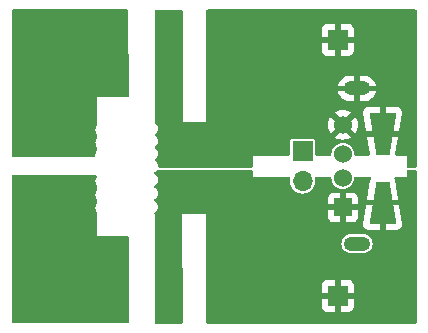
<source format=gbr>
%TF.GenerationSoftware,KiCad,Pcbnew,(7.0.0)*%
%TF.CreationDate,2023-03-03T15:02:14-06:00*%
%TF.ProjectId,Banana to USB Adapter,42616e61-6e61-4207-946f-205553422041,rev?*%
%TF.SameCoordinates,Original*%
%TF.FileFunction,Copper,L2,Bot*%
%TF.FilePolarity,Positive*%
%FSLAX46Y46*%
G04 Gerber Fmt 4.6, Leading zero omitted, Abs format (unit mm)*
G04 Created by KiCad (PCBNEW (7.0.0)) date 2023-03-03 15:02:14*
%MOMM*%
%LPD*%
G01*
G04 APERTURE LIST*
G04 Aperture macros list*
%AMOutline4P*
0 Free polygon, 4 corners , with rotation*
0 The origin of the aperture is its center*
0 number of corners: always 4*
0 $1 to $8 corner X, Y*
0 $9 Rotation angle, in degrees counterclockwise*
0 create outline with 4 corners*
4,1,4,$1,$2,$3,$4,$5,$6,$7,$8,$1,$2,$9*%
G04 Aperture macros list end*
%TA.AperFunction,ComponentPad*%
%ADD10R,1.700000X1.700000*%
%TD*%
%TA.AperFunction,ComponentPad*%
%ADD11C,0.800000*%
%TD*%
%TA.AperFunction,ComponentPad*%
%ADD12C,6.400000*%
%TD*%
%TA.AperFunction,ComponentPad*%
%ADD13R,1.524000X1.524000*%
%TD*%
%TA.AperFunction,ComponentPad*%
%ADD14C,1.524000*%
%TD*%
%TA.AperFunction,ComponentPad*%
%ADD15O,2.250000X1.200000*%
%TD*%
%TA.AperFunction,ComponentPad*%
%ADD16O,1.700000X1.700000*%
%TD*%
%TA.AperFunction,SMDPad,CuDef*%
%ADD17Outline4P,-1.800000X-1.150000X1.800000X-0.550000X1.800000X0.550000X-1.800000X1.150000X90.000000*%
%TD*%
%TA.AperFunction,SMDPad,CuDef*%
%ADD18Outline4P,-1.800000X-1.150000X1.800000X-0.550000X1.800000X0.550000X-1.800000X1.150000X270.000000*%
%TD*%
%TA.AperFunction,ViaPad*%
%ADD19C,0.800000*%
%TD*%
%TA.AperFunction,Conductor*%
%ADD20C,0.250000*%
%TD*%
G04 APERTURE END LIST*
D10*
%TO.P,J3,1,Pin_1*%
%TO.N,GND*%
X152882599Y-88671399D03*
%TD*%
D11*
%TO.P,H1,1,1*%
%TO.N,/Positive*%
X126600138Y-108968250D03*
X127303082Y-107271194D03*
X127303082Y-110665306D03*
X129000138Y-106568250D03*
D12*
X129000138Y-108968250D03*
D11*
X129000138Y-111368250D03*
X130697194Y-107271194D03*
X130697194Y-110665306D03*
X131400138Y-108968250D03*
%TD*%
D13*
%TO.P,J1,1,VBUS*%
%TO.N,/Positive*%
X153306499Y-102864799D03*
D14*
%TO.P,J1,2,D-*%
%TO.N,Net-(J1-D-)*%
X153306500Y-100364800D03*
%TO.P,J1,3,D+*%
%TO.N,Net-(J1-D+)*%
X153306500Y-98364800D03*
%TO.P,J1,4,GND*%
%TO.N,GND*%
X153306500Y-95864800D03*
D15*
%TO.P,J1,5,Shield*%
X154506499Y-105934799D03*
X154506499Y-92794799D03*
%TD*%
D10*
%TO.P,J2,1,Pin_1*%
%TO.N,/Positive*%
X152882599Y-110337599D03*
%TD*%
D11*
%TO.P,H2,1,1*%
%TO.N,GND*%
X126600138Y-89918250D03*
X127303082Y-88221194D03*
X127303082Y-91615306D03*
X129000138Y-87518250D03*
D12*
X129000138Y-89918250D03*
D11*
X129000138Y-92318250D03*
X130697194Y-88221194D03*
X130697194Y-91615306D03*
X131400138Y-89918250D03*
%TD*%
D10*
%TO.P,J4,1,Pin_1*%
%TO.N,Net-(J1-D+)*%
X149893249Y-98105799D03*
D16*
%TO.P,J4,2,Pin_2*%
%TO.N,Net-(J1-D-)*%
X149893249Y-100645799D03*
%TD*%
D17*
%TO.P,D2,1,K*%
%TO.N,/Positive*%
X156680000Y-102450000D03*
D18*
%TO.P,D2,2,A*%
%TO.N,GND*%
X156680000Y-96650000D03*
%TD*%
D19*
%TO.N,GND*%
X144856200Y-86588600D03*
X144856200Y-95250000D03*
X144856200Y-88320880D03*
X144856200Y-90053160D03*
X144856200Y-91785440D03*
X144856200Y-93517720D03*
%TO.N,/Positive*%
X144856200Y-110535720D03*
X144856200Y-105415080D03*
X144856200Y-107121960D03*
X144856200Y-103708200D03*
X144856200Y-108828840D03*
X144856200Y-112242600D03*
%TD*%
D20*
%TO.N,GND*%
X138500000Y-88475000D02*
X138500000Y-91275000D01*
%TD*%
%TA.AperFunction,Conductor*%
%TO.N,/Positive*%
G36*
X132524500Y-105299500D02*
G01*
X132524500Y-105299901D01*
X132524459Y-105300000D01*
X132524500Y-105300099D01*
X132524617Y-105300383D01*
X132525000Y-105300541D01*
X132525099Y-105300500D01*
X132525500Y-105300500D01*
X133225000Y-106000000D01*
X133225000Y-112689248D01*
X125455557Y-112688955D01*
X125393642Y-112672388D01*
X125348269Y-112627118D01*
X125331562Y-112565240D01*
X125314242Y-105035755D01*
X125575000Y-104775000D01*
X132000000Y-104775000D01*
X132524500Y-105299500D01*
G37*
%TD.AperFunction*%
%TD*%
%TA.AperFunction,Conductor*%
%TO.N,GND*%
G36*
X133325000Y-92575000D02*
G01*
X131875000Y-94025000D01*
X125288916Y-94025000D01*
X125281067Y-90613308D01*
X125270986Y-86230705D01*
X125287491Y-86168610D01*
X125332860Y-86123109D01*
X125394908Y-86106423D01*
X133325000Y-86101608D01*
X133325000Y-92575000D01*
G37*
%TD.AperFunction*%
%TD*%
%TA.AperFunction,Conductor*%
%TO.N,/Positive*%
G36*
X145638000Y-99716613D02*
G01*
X145683387Y-99762000D01*
X145700000Y-99824000D01*
X145700000Y-100268810D01*
X148743573Y-100265274D01*
X148799369Y-100278465D01*
X148843268Y-100315346D01*
X148865883Y-100368032D01*
X148862379Y-100425260D01*
X148859718Y-100434032D01*
X148859714Y-100434047D01*
X148857950Y-100439866D01*
X148857353Y-100445918D01*
X148857353Y-100445923D01*
X148846185Y-100559313D01*
X148837667Y-100645800D01*
X148838264Y-100651861D01*
X148857352Y-100845669D01*
X148857353Y-100845675D01*
X148857950Y-100851734D01*
X148859717Y-100857559D01*
X148859718Y-100857564D01*
X148899530Y-100988808D01*
X148918018Y-101049754D01*
X148920888Y-101055123D01*
X148920890Y-101055128D01*
X148983273Y-101171836D01*
X149015565Y-101232250D01*
X149019428Y-101236957D01*
X149132737Y-101375026D01*
X149146840Y-101392210D01*
X149306800Y-101523485D01*
X149489296Y-101621032D01*
X149687316Y-101681100D01*
X149893250Y-101701383D01*
X150099184Y-101681100D01*
X150297204Y-101621032D01*
X150479700Y-101523485D01*
X150639660Y-101392210D01*
X150770935Y-101232250D01*
X150868482Y-101049754D01*
X150928550Y-100851734D01*
X150948833Y-100645800D01*
X150928550Y-100439866D01*
X150923312Y-100422601D01*
X150919792Y-100365443D01*
X150942332Y-100312797D01*
X150986124Y-100275894D01*
X151041828Y-100262605D01*
X152216613Y-100261240D01*
X152275124Y-100275836D01*
X152319831Y-100316309D01*
X152340159Y-100373086D01*
X152357329Y-100547417D01*
X152357330Y-100547422D01*
X152357927Y-100553483D01*
X152359694Y-100559308D01*
X152359695Y-100559313D01*
X152411195Y-100729088D01*
X152412963Y-100734915D01*
X152415832Y-100740283D01*
X152415834Y-100740287D01*
X152499463Y-100896747D01*
X152499467Y-100896753D01*
X152502338Y-100902124D01*
X152622617Y-101048683D01*
X152769176Y-101168962D01*
X152774548Y-101171833D01*
X152774552Y-101171836D01*
X152896386Y-101236957D01*
X152936385Y-101258337D01*
X153117817Y-101313373D01*
X153306500Y-101331957D01*
X153495183Y-101313373D01*
X153676615Y-101258337D01*
X153843824Y-101168962D01*
X153990383Y-101048683D01*
X154110662Y-100902124D01*
X154200037Y-100734915D01*
X154255073Y-100553483D01*
X154273090Y-100370552D01*
X154293364Y-100313857D01*
X154337955Y-100273395D01*
X154396347Y-100258708D01*
X155562303Y-100257354D01*
X155622152Y-100272676D01*
X155667182Y-100314979D01*
X155686209Y-100373761D01*
X155674509Y-100434428D01*
X155670292Y-100443331D01*
X155644191Y-100527006D01*
X155642223Y-100535271D01*
X155366989Y-102186679D01*
X155367557Y-102197637D01*
X155378274Y-102200000D01*
X157981725Y-102200000D01*
X157992441Y-102197637D01*
X157993009Y-102186679D01*
X157717775Y-100535268D01*
X157715807Y-100527003D01*
X157689709Y-100443336D01*
X157684265Y-100431843D01*
X157672556Y-100371247D01*
X157691508Y-100312511D01*
X157736426Y-100270187D01*
X157796179Y-100254760D01*
X158623000Y-100253800D01*
X158699200Y-100177600D01*
X158699200Y-99824000D01*
X158715813Y-99762000D01*
X158761200Y-99716613D01*
X158823200Y-99700000D01*
X159456500Y-99700000D01*
X159518500Y-99716613D01*
X159563887Y-99762000D01*
X159580500Y-99824000D01*
X159580500Y-112575300D01*
X159563887Y-112637300D01*
X159518500Y-112682687D01*
X159456500Y-112699300D01*
X141856347Y-112699300D01*
X141794391Y-112682712D01*
X141749010Y-112637388D01*
X141732347Y-112575452D01*
X141732335Y-112565318D01*
X141730703Y-111232118D01*
X151532600Y-111232118D01*
X151532953Y-111238714D01*
X151538173Y-111287267D01*
X151541711Y-111302241D01*
X151586147Y-111421377D01*
X151594562Y-111436789D01*
X151670098Y-111537692D01*
X151682507Y-111550101D01*
X151783410Y-111625637D01*
X151798822Y-111634052D01*
X151917958Y-111678488D01*
X151932932Y-111682026D01*
X151981485Y-111687246D01*
X151988082Y-111687600D01*
X152616274Y-111687600D01*
X152629149Y-111684149D01*
X152632600Y-111671274D01*
X153132600Y-111671274D01*
X153136050Y-111684149D01*
X153148926Y-111687600D01*
X153777118Y-111687600D01*
X153783714Y-111687246D01*
X153832267Y-111682026D01*
X153847241Y-111678488D01*
X153966377Y-111634052D01*
X153981789Y-111625637D01*
X154082692Y-111550101D01*
X154095101Y-111537692D01*
X154170637Y-111436789D01*
X154179052Y-111421377D01*
X154223488Y-111302241D01*
X154227026Y-111287267D01*
X154232246Y-111238714D01*
X154232600Y-111232118D01*
X154232600Y-110603926D01*
X154229149Y-110591050D01*
X154216274Y-110587600D01*
X153148926Y-110587600D01*
X153136050Y-110591050D01*
X153132600Y-110603926D01*
X153132600Y-111671274D01*
X152632600Y-111671274D01*
X152632600Y-110603926D01*
X152629149Y-110591050D01*
X152616274Y-110587600D01*
X151548926Y-110587600D01*
X151536050Y-110591050D01*
X151532600Y-110603926D01*
X151532600Y-111232118D01*
X141730703Y-111232118D01*
X141729282Y-110071274D01*
X151532600Y-110071274D01*
X151536050Y-110084149D01*
X151548926Y-110087600D01*
X152616274Y-110087600D01*
X152629149Y-110084149D01*
X152632600Y-110071274D01*
X153132600Y-110071274D01*
X153136050Y-110084149D01*
X153148926Y-110087600D01*
X154216274Y-110087600D01*
X154229149Y-110084149D01*
X154232600Y-110071274D01*
X154232600Y-109443082D01*
X154232246Y-109436485D01*
X154227026Y-109387932D01*
X154223488Y-109372958D01*
X154179052Y-109253822D01*
X154170637Y-109238410D01*
X154095101Y-109137507D01*
X154082692Y-109125098D01*
X153981789Y-109049562D01*
X153966377Y-109041147D01*
X153847241Y-108996711D01*
X153832267Y-108993173D01*
X153783714Y-108987953D01*
X153777118Y-108987600D01*
X153148926Y-108987600D01*
X153136050Y-108991050D01*
X153132600Y-109003926D01*
X153132600Y-110071274D01*
X152632600Y-110071274D01*
X152632600Y-109003926D01*
X152629149Y-108991050D01*
X152616274Y-108987600D01*
X151988082Y-108987600D01*
X151981485Y-108987953D01*
X151932932Y-108993173D01*
X151917958Y-108996711D01*
X151798822Y-109041147D01*
X151783410Y-109049562D01*
X151682507Y-109125098D01*
X151670098Y-109137507D01*
X151594562Y-109238410D01*
X151586147Y-109253822D01*
X151541711Y-109372958D01*
X151538173Y-109387932D01*
X151532953Y-109436485D01*
X151532600Y-109443082D01*
X151532600Y-110071274D01*
X141729282Y-110071274D01*
X141724219Y-105934800D01*
X153175935Y-105934800D01*
X153196132Y-106114055D01*
X153198428Y-106120619D01*
X153198430Y-106120624D01*
X153253413Y-106277756D01*
X153255711Y-106284322D01*
X153351684Y-106437062D01*
X153479238Y-106564616D01*
X153631978Y-106660589D01*
X153802245Y-106720168D01*
X153936546Y-106735300D01*
X155072970Y-106735300D01*
X155076454Y-106735300D01*
X155210755Y-106720168D01*
X155381022Y-106660589D01*
X155533762Y-106564616D01*
X155661316Y-106437062D01*
X155757289Y-106284322D01*
X155816868Y-106114055D01*
X155837065Y-105934800D01*
X155816868Y-105755545D01*
X155757289Y-105585278D01*
X155661316Y-105432538D01*
X155533762Y-105304984D01*
X155525672Y-105299901D01*
X155386912Y-105212712D01*
X155381022Y-105209011D01*
X155374459Y-105206714D01*
X155374456Y-105206713D01*
X155217325Y-105151731D01*
X155210755Y-105149432D01*
X155203833Y-105148652D01*
X155079918Y-105134690D01*
X155079912Y-105134689D01*
X155076454Y-105134300D01*
X153936546Y-105134300D01*
X153933088Y-105134689D01*
X153933081Y-105134690D01*
X153809166Y-105148652D01*
X153809164Y-105148652D01*
X153802245Y-105149432D01*
X153795676Y-105151730D01*
X153795674Y-105151731D01*
X153638543Y-105206713D01*
X153638536Y-105206715D01*
X153631978Y-105209011D01*
X153626090Y-105212710D01*
X153626087Y-105212712D01*
X153485138Y-105301276D01*
X153485133Y-105301279D01*
X153479238Y-105304984D01*
X153474313Y-105309908D01*
X153474309Y-105309912D01*
X153356612Y-105427609D01*
X153356608Y-105427613D01*
X153351684Y-105432538D01*
X153347979Y-105438433D01*
X153347976Y-105438438D01*
X153259412Y-105579387D01*
X153259410Y-105579390D01*
X153255711Y-105585278D01*
X153253415Y-105591836D01*
X153253413Y-105591843D01*
X153198430Y-105748975D01*
X153198428Y-105748982D01*
X153196132Y-105755545D01*
X153175935Y-105934800D01*
X141724219Y-105934800D01*
X141722142Y-104237557D01*
X155025490Y-104237557D01*
X155025785Y-104251120D01*
X155042596Y-104378098D01*
X155047353Y-104394997D01*
X155098426Y-104510222D01*
X155107757Y-104525105D01*
X155189226Y-104621276D01*
X155202360Y-104632916D01*
X155307625Y-104702240D01*
X155323520Y-104709714D01*
X155446008Y-104747172D01*
X155459322Y-104749690D01*
X155460973Y-104749817D01*
X155465717Y-104750000D01*
X156413674Y-104750000D01*
X156426549Y-104746549D01*
X156430000Y-104733674D01*
X156430000Y-104733673D01*
X156930000Y-104733673D01*
X156933450Y-104746548D01*
X156946326Y-104749999D01*
X157894259Y-104749999D01*
X157899041Y-104749815D01*
X157900667Y-104749689D01*
X157913998Y-104747169D01*
X158036478Y-104709714D01*
X158052373Y-104702240D01*
X158157638Y-104632916D01*
X158170772Y-104621276D01*
X158252243Y-104525103D01*
X158261571Y-104510226D01*
X158312645Y-104395000D01*
X158317404Y-104378094D01*
X158334214Y-104251122D01*
X158334509Y-104237560D01*
X158334365Y-104235932D01*
X158333761Y-104231185D01*
X158080962Y-102714393D01*
X158076110Y-102702897D01*
X158063971Y-102700000D01*
X156946326Y-102700000D01*
X156933450Y-102703450D01*
X156930000Y-102716326D01*
X156930000Y-104733673D01*
X156430000Y-104733673D01*
X156430000Y-102716326D01*
X156426549Y-102703450D01*
X156413674Y-102700000D01*
X155296029Y-102700000D01*
X155283889Y-102702897D01*
X155279037Y-102714393D01*
X155026238Y-104231187D01*
X155025632Y-104235946D01*
X155025490Y-104237557D01*
X141722142Y-104237557D01*
X141721449Y-103671318D01*
X152044500Y-103671318D01*
X152044853Y-103677914D01*
X152050073Y-103726467D01*
X152053611Y-103741441D01*
X152098047Y-103860577D01*
X152106462Y-103875989D01*
X152181998Y-103976892D01*
X152194407Y-103989301D01*
X152295310Y-104064837D01*
X152310722Y-104073252D01*
X152429858Y-104117688D01*
X152444832Y-104121226D01*
X152493385Y-104126446D01*
X152499982Y-104126800D01*
X153040174Y-104126800D01*
X153053049Y-104123349D01*
X153056500Y-104110474D01*
X153556500Y-104110474D01*
X153559950Y-104123349D01*
X153572826Y-104126800D01*
X154113018Y-104126800D01*
X154119614Y-104126446D01*
X154168167Y-104121226D01*
X154183141Y-104117688D01*
X154302277Y-104073252D01*
X154317689Y-104064837D01*
X154418592Y-103989301D01*
X154431001Y-103976892D01*
X154506537Y-103875989D01*
X154514952Y-103860577D01*
X154559388Y-103741441D01*
X154562926Y-103726467D01*
X154568146Y-103677914D01*
X154568500Y-103671318D01*
X154568500Y-103131126D01*
X154565049Y-103118250D01*
X154552174Y-103114800D01*
X153572826Y-103114800D01*
X153559950Y-103118250D01*
X153556500Y-103131126D01*
X153556500Y-104110474D01*
X153056500Y-104110474D01*
X153056500Y-103131126D01*
X153053049Y-103118250D01*
X153040174Y-103114800D01*
X152060826Y-103114800D01*
X152047950Y-103118250D01*
X152044500Y-103131126D01*
X152044500Y-103671318D01*
X141721449Y-103671318D01*
X141721178Y-103450098D01*
X141721219Y-103450000D01*
X141721061Y-103449617D01*
X141720777Y-103449500D01*
X141720677Y-103449459D01*
X141720578Y-103449500D01*
X139725099Y-103449500D01*
X139724999Y-103449459D01*
X139724801Y-103449541D01*
X139724617Y-103449617D01*
X139724616Y-103449617D01*
X139724616Y-103449618D01*
X139724557Y-103449761D01*
X139724459Y-103450000D01*
X139724500Y-103450100D01*
X139724531Y-103461726D01*
X139724531Y-103461729D01*
X139749162Y-112575165D01*
X139732661Y-112637306D01*
X139687259Y-112682831D01*
X139625162Y-112699500D01*
X137499509Y-112699500D01*
X137437506Y-112682886D01*
X137392119Y-112637495D01*
X137375509Y-112575491D01*
X137375526Y-112354170D01*
X137376208Y-103432699D01*
X137376250Y-103432600D01*
X137376092Y-103432217D01*
X137375808Y-103432100D01*
X137375709Y-103432059D01*
X137375610Y-103432100D01*
X137373124Y-103432100D01*
X137372694Y-103431455D01*
X137352305Y-103373384D01*
X137362348Y-103312662D01*
X137400351Y-103264249D01*
X137403595Y-103261760D01*
X137480102Y-103203054D01*
X137571147Y-103084403D01*
X137628380Y-102946230D01*
X137647901Y-102797952D01*
X137628380Y-102649674D01*
X137607172Y-102598474D01*
X152044500Y-102598474D01*
X152047950Y-102611349D01*
X152060826Y-102614800D01*
X153040174Y-102614800D01*
X153053049Y-102611349D01*
X153056500Y-102598474D01*
X153556500Y-102598474D01*
X153559950Y-102611349D01*
X153572826Y-102614800D01*
X154552174Y-102614800D01*
X154565049Y-102611349D01*
X154568500Y-102598474D01*
X154568500Y-102058282D01*
X154568146Y-102051685D01*
X154562926Y-102003132D01*
X154559388Y-101988158D01*
X154514952Y-101869022D01*
X154506537Y-101853610D01*
X154431001Y-101752707D01*
X154418592Y-101740298D01*
X154317689Y-101664762D01*
X154302277Y-101656347D01*
X154183141Y-101611911D01*
X154168167Y-101608373D01*
X154119614Y-101603153D01*
X154113018Y-101602800D01*
X153572826Y-101602800D01*
X153559950Y-101606250D01*
X153556500Y-101619126D01*
X153556500Y-102598474D01*
X153056500Y-102598474D01*
X153056500Y-101619126D01*
X153053049Y-101606250D01*
X153040174Y-101602800D01*
X152499982Y-101602800D01*
X152493385Y-101603153D01*
X152444832Y-101608373D01*
X152429858Y-101611911D01*
X152310722Y-101656347D01*
X152295310Y-101664762D01*
X152194407Y-101740298D01*
X152181998Y-101752707D01*
X152106462Y-101853610D01*
X152098047Y-101869022D01*
X152053611Y-101988158D01*
X152050073Y-102003132D01*
X152044853Y-102051685D01*
X152044500Y-102058282D01*
X152044500Y-102598474D01*
X137607172Y-102598474D01*
X137571147Y-102511502D01*
X137480102Y-102392850D01*
X137395704Y-102328089D01*
X137359979Y-102284558D01*
X137347191Y-102229714D01*
X137359979Y-102174870D01*
X137395705Y-102131338D01*
X137403595Y-102125284D01*
X137480102Y-102066578D01*
X137571147Y-101947927D01*
X137628380Y-101809754D01*
X137647901Y-101661476D01*
X137628380Y-101513198D01*
X137571147Y-101375026D01*
X137480102Y-101256374D01*
X137395704Y-101191613D01*
X137359979Y-101148082D01*
X137347191Y-101093238D01*
X137359979Y-101038394D01*
X137395705Y-100994862D01*
X137403595Y-100988808D01*
X137480102Y-100930102D01*
X137571147Y-100811451D01*
X137628380Y-100673278D01*
X137647901Y-100525000D01*
X137628380Y-100376722D01*
X137571147Y-100238550D01*
X137480102Y-100119898D01*
X137379153Y-100042437D01*
X137343428Y-99998906D01*
X137330640Y-99944062D01*
X137343428Y-99889218D01*
X137379154Y-99845686D01*
X137480102Y-99768226D01*
X137495226Y-99748515D01*
X137538760Y-99712788D01*
X137593604Y-99700000D01*
X145576000Y-99700000D01*
X145638000Y-99716613D01*
G37*
%TD.AperFunction*%
%TA.AperFunction,Conductor*%
G36*
X132432762Y-100112349D02*
G01*
X132478493Y-100162807D01*
X132490684Y-100229805D01*
X132465656Y-100293137D01*
X132431801Y-100337255D01*
X132431796Y-100337261D01*
X132426853Y-100343705D01*
X132423744Y-100351209D01*
X132423742Y-100351214D01*
X132372730Y-100474368D01*
X132372728Y-100474373D01*
X132369620Y-100481878D01*
X132368560Y-100489929D01*
X132368558Y-100489937D01*
X132351521Y-100619347D01*
X132350099Y-100630156D01*
X132351160Y-100638215D01*
X132368558Y-100770374D01*
X132368559Y-100770380D01*
X132369620Y-100778434D01*
X132372729Y-100785940D01*
X132372730Y-100785943D01*
X132423742Y-100909096D01*
X132426853Y-100916606D01*
X132431798Y-100923050D01*
X132431799Y-100923052D01*
X132482256Y-100988808D01*
X132501299Y-101024436D01*
X132507880Y-101064295D01*
X132507880Y-101332494D01*
X132501299Y-101372353D01*
X132482255Y-101407981D01*
X132431801Y-101473731D01*
X132431796Y-101473737D01*
X132426853Y-101480181D01*
X132423744Y-101487685D01*
X132423742Y-101487690D01*
X132372730Y-101610844D01*
X132372728Y-101610849D01*
X132369620Y-101618354D01*
X132368560Y-101626405D01*
X132368558Y-101626413D01*
X132358689Y-101701383D01*
X132350099Y-101766632D01*
X132351160Y-101774691D01*
X132368558Y-101906850D01*
X132368559Y-101906856D01*
X132369620Y-101914910D01*
X132426853Y-102053082D01*
X132431798Y-102059526D01*
X132431799Y-102059528D01*
X132482256Y-102125284D01*
X132501299Y-102160912D01*
X132507880Y-102200771D01*
X132507880Y-102468970D01*
X132501299Y-102508829D01*
X132482255Y-102544457D01*
X132431801Y-102610207D01*
X132431796Y-102610213D01*
X132426853Y-102616657D01*
X132423744Y-102624161D01*
X132423742Y-102624166D01*
X132372730Y-102747320D01*
X132372728Y-102747325D01*
X132369620Y-102754830D01*
X132368560Y-102762881D01*
X132368558Y-102762889D01*
X132351521Y-102892299D01*
X132350099Y-102903108D01*
X132351160Y-102911167D01*
X132368558Y-103043326D01*
X132368559Y-103043332D01*
X132369620Y-103051386D01*
X132372729Y-103058892D01*
X132372730Y-103058895D01*
X132423742Y-103182048D01*
X132426853Y-103189558D01*
X132431798Y-103196002D01*
X132431799Y-103196004D01*
X132482256Y-103261760D01*
X132501299Y-103297388D01*
X132507880Y-103337247D01*
X132507880Y-103405650D01*
X132512255Y-103405650D01*
X132520268Y-103435556D01*
X132518223Y-103436103D01*
X132524500Y-103467657D01*
X132524500Y-105299901D01*
X132524459Y-105300000D01*
X132524500Y-105300099D01*
X132524617Y-105300383D01*
X132525000Y-105300541D01*
X132525099Y-105300500D01*
X135075500Y-105300500D01*
X135137500Y-105317113D01*
X135182887Y-105362500D01*
X135199500Y-105424500D01*
X135199500Y-112565318D01*
X135182886Y-112627319D01*
X135137497Y-112672707D01*
X135075495Y-112689318D01*
X130300517Y-112689138D01*
X130235176Y-112670523D01*
X130189452Y-112620270D01*
X130177072Y-112553467D01*
X130201753Y-112490167D01*
X130256084Y-112449374D01*
X130504097Y-112354170D01*
X130510021Y-112351533D01*
X130849783Y-112178416D01*
X130855404Y-112175170D01*
X131175199Y-111967492D01*
X131180453Y-111963675D01*
X131421944Y-111768120D01*
X131429831Y-111756856D01*
X131423165Y-111744830D01*
X129011680Y-109333345D01*
X129000138Y-109326681D01*
X128988595Y-109333345D01*
X126577109Y-111744830D01*
X126570443Y-111756856D01*
X126578329Y-111768119D01*
X126819822Y-111963675D01*
X126825076Y-111967492D01*
X127144871Y-112175170D01*
X127150492Y-112178416D01*
X127490254Y-112351533D01*
X127496178Y-112354170D01*
X127743935Y-112449276D01*
X127798267Y-112490071D01*
X127822947Y-112553373D01*
X127810564Y-112620177D01*
X127764836Y-112670429D01*
X127699492Y-112689040D01*
X125455557Y-112688955D01*
X125393642Y-112672388D01*
X125348269Y-112627118D01*
X125331562Y-112565240D01*
X125331535Y-112553373D01*
X125326563Y-110392172D01*
X125345056Y-110326743D01*
X125395275Y-110280899D01*
X125462118Y-110268431D01*
X125525487Y-110293086D01*
X125566327Y-110347453D01*
X125614217Y-110472209D01*
X125616854Y-110478133D01*
X125789971Y-110817895D01*
X125793217Y-110823516D01*
X126000895Y-111143311D01*
X126004712Y-111148565D01*
X126200267Y-111390057D01*
X126211530Y-111397943D01*
X126223556Y-111391277D01*
X128635042Y-108979792D01*
X128641706Y-108968250D01*
X129358569Y-108968250D01*
X129365233Y-108979792D01*
X131776718Y-111391277D01*
X131788744Y-111397943D01*
X131800008Y-111390056D01*
X131995563Y-111148565D01*
X131999380Y-111143311D01*
X132207058Y-110823516D01*
X132210304Y-110817895D01*
X132383421Y-110478133D01*
X132386058Y-110472209D01*
X132522716Y-110116205D01*
X132524715Y-110110052D01*
X132623411Y-109741712D01*
X132624759Y-109735370D01*
X132684411Y-109358741D01*
X132685088Y-109352298D01*
X132705046Y-108971494D01*
X132705046Y-108965006D01*
X132685088Y-108584201D01*
X132684411Y-108577758D01*
X132624759Y-108201129D01*
X132623411Y-108194787D01*
X132524715Y-107826447D01*
X132522716Y-107820294D01*
X132386058Y-107464290D01*
X132383421Y-107458366D01*
X132210304Y-107118604D01*
X132207058Y-107112983D01*
X131999380Y-106793188D01*
X131995563Y-106787934D01*
X131800007Y-106546441D01*
X131788744Y-106538555D01*
X131776718Y-106545221D01*
X129365233Y-108956707D01*
X129358569Y-108968250D01*
X128641706Y-108968250D01*
X128635042Y-108956707D01*
X126223556Y-106545221D01*
X126211531Y-106538555D01*
X126200265Y-106546444D01*
X126004716Y-106787928D01*
X126000894Y-106793189D01*
X125793217Y-107112983D01*
X125789971Y-107118604D01*
X125616854Y-107458366D01*
X125614217Y-107464290D01*
X125559816Y-107606008D01*
X125519067Y-107660306D01*
X125455835Y-107685009D01*
X125389070Y-107672714D01*
X125338786Y-107627106D01*
X125320053Y-107561860D01*
X125316874Y-106179643D01*
X126570443Y-106179643D01*
X126577109Y-106191668D01*
X128988595Y-108603154D01*
X129000138Y-108609818D01*
X129011680Y-108603154D01*
X131423165Y-106191668D01*
X131429831Y-106179642D01*
X131421945Y-106168379D01*
X131180453Y-105972824D01*
X131175199Y-105969007D01*
X130855404Y-105761329D01*
X130849783Y-105758083D01*
X130510021Y-105584966D01*
X130504097Y-105582329D01*
X130148093Y-105445671D01*
X130141940Y-105443672D01*
X129773600Y-105344976D01*
X129767258Y-105343628D01*
X129390629Y-105283976D01*
X129384186Y-105283299D01*
X129003382Y-105263342D01*
X128996894Y-105263342D01*
X128616089Y-105283299D01*
X128609646Y-105283976D01*
X128233017Y-105343628D01*
X128226675Y-105344976D01*
X127858335Y-105443672D01*
X127852182Y-105445671D01*
X127496178Y-105582329D01*
X127490254Y-105584966D01*
X127150492Y-105758083D01*
X127144871Y-105761329D01*
X126825077Y-105969006D01*
X126819816Y-105972828D01*
X126578332Y-106168377D01*
X126570443Y-106179643D01*
X125316874Y-106179643D01*
X125303499Y-100364800D01*
X125303161Y-100217935D01*
X125319679Y-100155815D01*
X125365079Y-100110310D01*
X125427161Y-100093650D01*
X132367281Y-100093650D01*
X132432762Y-100112349D01*
G37*
%TD.AperFunction*%
%TD*%
%TA.AperFunction,Conductor*%
%TO.N,GND*%
G36*
X159518500Y-86123113D02*
G01*
X159563887Y-86168500D01*
X159580500Y-86230500D01*
X159580500Y-99370500D01*
X159563887Y-99432500D01*
X159518500Y-99477887D01*
X159456500Y-99494500D01*
X158823200Y-99494500D01*
X158761200Y-99477887D01*
X158715813Y-99432500D01*
X158699200Y-99370500D01*
X158699200Y-98492126D01*
X158699200Y-98475800D01*
X158682874Y-98475800D01*
X157878974Y-98475800D01*
X157826833Y-98464305D01*
X157784359Y-98431950D01*
X157759428Y-98384736D01*
X157756661Y-98331414D01*
X157993010Y-96913320D01*
X157992442Y-96902362D01*
X157981726Y-96900000D01*
X155378275Y-96900000D01*
X155367558Y-96902362D01*
X155366990Y-96913320D01*
X155603339Y-98331415D01*
X155600572Y-98384736D01*
X155575640Y-98431950D01*
X155533167Y-98464305D01*
X155481026Y-98475800D01*
X154396977Y-98475800D01*
X154338524Y-98461158D01*
X154293875Y-98420691D01*
X154273574Y-98363955D01*
X154255670Y-98182181D01*
X154255073Y-98176117D01*
X154200037Y-97994685D01*
X154110662Y-97827476D01*
X153990383Y-97680917D01*
X153843824Y-97560638D01*
X153838453Y-97557767D01*
X153838447Y-97557763D01*
X153681987Y-97474134D01*
X153681983Y-97474132D01*
X153676615Y-97471263D01*
X153670791Y-97469496D01*
X153670788Y-97469495D01*
X153501013Y-97417995D01*
X153501008Y-97417994D01*
X153495183Y-97416227D01*
X153489124Y-97415630D01*
X153489118Y-97415629D01*
X153312561Y-97398240D01*
X153306500Y-97397643D01*
X153300439Y-97398240D01*
X153123881Y-97415629D01*
X153123873Y-97415630D01*
X153117817Y-97416227D01*
X153111993Y-97417993D01*
X153111986Y-97417995D01*
X152942211Y-97469495D01*
X152942204Y-97469497D01*
X152936385Y-97471263D01*
X152931019Y-97474130D01*
X152931012Y-97474134D01*
X152774552Y-97557763D01*
X152774541Y-97557770D01*
X152769176Y-97560638D01*
X152764464Y-97564504D01*
X152764464Y-97564505D01*
X152627323Y-97677054D01*
X152627318Y-97677058D01*
X152622617Y-97680917D01*
X152618758Y-97685618D01*
X152618754Y-97685623D01*
X152506205Y-97822764D01*
X152502338Y-97827476D01*
X152499470Y-97832841D01*
X152499463Y-97832852D01*
X152415834Y-97989312D01*
X152415830Y-97989319D01*
X152412963Y-97994685D01*
X152411197Y-98000504D01*
X152411195Y-98000511D01*
X152359695Y-98170286D01*
X152359693Y-98170293D01*
X152357927Y-98176117D01*
X152357330Y-98182173D01*
X152357329Y-98182181D01*
X152339426Y-98363955D01*
X152319125Y-98420691D01*
X152274476Y-98461158D01*
X152216023Y-98475800D01*
X151067750Y-98475800D01*
X151005750Y-98459187D01*
X150960363Y-98413800D01*
X150943750Y-98351800D01*
X150943750Y-97242148D01*
X150943750Y-97236052D01*
X150932117Y-97177569D01*
X150887802Y-97111248D01*
X150865709Y-97096486D01*
X150831634Y-97073717D01*
X150831633Y-97073716D01*
X150821481Y-97066933D01*
X150809503Y-97064550D01*
X150809502Y-97064550D01*
X150768978Y-97056489D01*
X150768973Y-97056488D01*
X150762998Y-97055300D01*
X149023502Y-97055300D01*
X149017527Y-97056488D01*
X149017521Y-97056489D01*
X148976997Y-97064550D01*
X148976995Y-97064550D01*
X148965019Y-97066933D01*
X148954868Y-97073715D01*
X148954865Y-97073717D01*
X148908851Y-97104463D01*
X148908848Y-97104465D01*
X148898698Y-97111248D01*
X148891915Y-97121398D01*
X148891913Y-97121401D01*
X148861167Y-97167415D01*
X148861165Y-97167418D01*
X148854383Y-97177569D01*
X148852000Y-97189545D01*
X148852000Y-97189547D01*
X148843939Y-97230071D01*
X148843938Y-97230077D01*
X148842750Y-97236052D01*
X148842750Y-97242148D01*
X148842750Y-98351800D01*
X148826137Y-98413800D01*
X148780750Y-98459187D01*
X148718750Y-98475800D01*
X145700000Y-98475800D01*
X145700000Y-98492126D01*
X145700000Y-99370500D01*
X145683387Y-99432500D01*
X145638000Y-99477887D01*
X145576000Y-99494500D01*
X137770840Y-99494500D01*
X137708840Y-99477887D01*
X137663453Y-99432500D01*
X137646900Y-99370725D01*
X137647901Y-99363124D01*
X137628380Y-99214846D01*
X137571147Y-99076674D01*
X137480102Y-98958022D01*
X137454346Y-98938258D01*
X137418621Y-98894728D01*
X137405833Y-98839884D01*
X137418621Y-98785040D01*
X137454346Y-98741509D01*
X137480102Y-98721746D01*
X137571147Y-98603095D01*
X137628380Y-98464922D01*
X137647901Y-98316644D01*
X137628380Y-98168366D01*
X137571147Y-98030194D01*
X137480102Y-97911542D01*
X137473655Y-97906595D01*
X137473653Y-97906593D01*
X137437795Y-97879078D01*
X137402069Y-97835546D01*
X137389282Y-97780701D01*
X137402071Y-97725857D01*
X137437793Y-97682330D01*
X137480102Y-97649866D01*
X137571147Y-97531215D01*
X137628380Y-97393042D01*
X137647901Y-97244764D01*
X137628380Y-97096486D01*
X137571147Y-96958314D01*
X137538846Y-96916218D01*
X152612003Y-96916218D01*
X152619436Y-96924330D01*
X152668651Y-96958791D01*
X152677999Y-96964188D01*
X152868319Y-97052935D01*
X152878443Y-97056621D01*
X153081286Y-97110973D01*
X153091918Y-97112847D01*
X153301105Y-97131149D01*
X153311895Y-97131149D01*
X153521081Y-97112847D01*
X153531713Y-97110973D01*
X153734556Y-97056621D01*
X153744680Y-97052935D01*
X153934994Y-96964191D01*
X153944351Y-96958789D01*
X153993564Y-96924328D01*
X154000996Y-96916219D01*
X153995082Y-96906936D01*
X153318042Y-96229895D01*
X153306500Y-96223231D01*
X153294957Y-96229895D01*
X152617916Y-96906936D01*
X152612003Y-96916218D01*
X137538846Y-96916218D01*
X137480102Y-96839662D01*
X137437794Y-96807198D01*
X137402070Y-96763668D01*
X137389282Y-96708824D01*
X137402070Y-96653980D01*
X137437794Y-96610449D01*
X137480102Y-96577986D01*
X137571147Y-96459335D01*
X137628380Y-96321162D01*
X137647901Y-96172884D01*
X137628380Y-96024606D01*
X137571147Y-95886434D01*
X137558686Y-95870195D01*
X152040151Y-95870195D01*
X152058452Y-96079381D01*
X152060326Y-96090013D01*
X152114678Y-96292856D01*
X152118364Y-96302980D01*
X152207109Y-96493296D01*
X152212508Y-96502648D01*
X152246970Y-96551865D01*
X152255079Y-96559296D01*
X152264362Y-96553382D01*
X152941403Y-95876342D01*
X152948067Y-95864800D01*
X153664931Y-95864800D01*
X153671595Y-95876342D01*
X154348636Y-96553382D01*
X154357919Y-96559296D01*
X154366028Y-96551864D01*
X154400489Y-96502651D01*
X154405891Y-96493294D01*
X154494635Y-96302980D01*
X154498321Y-96292856D01*
X154552673Y-96090013D01*
X154554547Y-96079381D01*
X154572849Y-95870195D01*
X154572849Y-95859405D01*
X154554547Y-95650218D01*
X154552673Y-95639586D01*
X154498322Y-95436749D01*
X154494634Y-95426615D01*
X154405888Y-95236300D01*
X154400490Y-95226950D01*
X154366029Y-95177735D01*
X154357918Y-95170302D01*
X154348639Y-95176213D01*
X153671595Y-95853257D01*
X153664931Y-95864800D01*
X152948067Y-95864800D01*
X152941403Y-95853257D01*
X152264359Y-95176213D01*
X152255081Y-95170302D01*
X152246968Y-95177736D01*
X152212506Y-95226954D01*
X152207112Y-95236298D01*
X152118365Y-95426615D01*
X152114677Y-95436749D01*
X152060326Y-95639586D01*
X152058452Y-95650218D01*
X152040151Y-95859405D01*
X152040151Y-95870195D01*
X137558686Y-95870195D01*
X137480102Y-95767782D01*
X137419451Y-95721243D01*
X137378855Y-95666462D01*
X137373519Y-95600496D01*
X137374899Y-95600499D01*
X137375000Y-95600541D01*
X137375238Y-95600442D01*
X137375382Y-95600384D01*
X137375382Y-95600383D01*
X137375383Y-95600383D01*
X137375500Y-95600099D01*
X137375541Y-95600001D01*
X137375499Y-95599901D01*
X137373902Y-86273912D01*
X137390513Y-86211895D01*
X137435915Y-86166497D01*
X137497934Y-86149892D01*
X139650536Y-86150465D01*
X139712519Y-86167089D01*
X139757893Y-86212474D01*
X139774500Y-86274465D01*
X139774511Y-94799901D01*
X139774511Y-94799906D01*
X139774500Y-95573373D01*
X139774500Y-95599900D01*
X139774459Y-95600000D01*
X139774499Y-95600099D01*
X139774500Y-95600099D01*
X139774617Y-95600383D01*
X139775000Y-95600541D01*
X139775099Y-95600500D01*
X141731901Y-95600500D01*
X141732000Y-95600541D01*
X141732383Y-95600383D01*
X141732500Y-95600099D01*
X141732541Y-95600000D01*
X141732500Y-95599901D01*
X141732500Y-94813381D01*
X152612002Y-94813381D01*
X152617913Y-94822659D01*
X153294957Y-95499703D01*
X153306500Y-95506367D01*
X153318042Y-95499703D01*
X153955305Y-94862439D01*
X155025490Y-94862439D01*
X155025634Y-94864067D01*
X155026238Y-94868814D01*
X155279037Y-96385606D01*
X155283889Y-96397102D01*
X155296029Y-96400000D01*
X156413674Y-96400000D01*
X156426549Y-96396549D01*
X156430000Y-96383674D01*
X156930000Y-96383674D01*
X156933450Y-96396549D01*
X156946326Y-96400000D01*
X158063971Y-96400000D01*
X158076110Y-96397102D01*
X158080962Y-96385606D01*
X158333761Y-94868812D01*
X158334367Y-94864053D01*
X158334509Y-94862442D01*
X158334214Y-94848879D01*
X158317403Y-94721901D01*
X158312646Y-94705002D01*
X158261573Y-94589777D01*
X158252242Y-94574894D01*
X158170773Y-94478723D01*
X158157639Y-94467083D01*
X158052374Y-94397759D01*
X158036479Y-94390285D01*
X157913991Y-94352827D01*
X157900677Y-94350309D01*
X157899026Y-94350182D01*
X157894283Y-94350000D01*
X156946326Y-94350000D01*
X156933450Y-94353450D01*
X156930000Y-94366326D01*
X156930000Y-96383674D01*
X156430000Y-96383674D01*
X156430000Y-94366327D01*
X156426549Y-94353451D01*
X156413674Y-94350001D01*
X155465741Y-94350001D01*
X155460958Y-94350184D01*
X155459332Y-94350310D01*
X155446001Y-94352830D01*
X155323521Y-94390285D01*
X155307626Y-94397759D01*
X155202361Y-94467083D01*
X155189227Y-94478723D01*
X155107756Y-94574896D01*
X155098428Y-94589773D01*
X155047354Y-94704999D01*
X155042595Y-94721905D01*
X155025785Y-94848877D01*
X155025490Y-94862439D01*
X153955305Y-94862439D01*
X153995082Y-94822662D01*
X154000996Y-94813379D01*
X153993565Y-94805270D01*
X153944348Y-94770808D01*
X153934996Y-94765409D01*
X153744680Y-94676664D01*
X153734556Y-94672978D01*
X153531713Y-94618626D01*
X153521081Y-94616752D01*
X153311895Y-94598451D01*
X153301105Y-94598451D01*
X153091918Y-94616752D01*
X153081286Y-94618626D01*
X152878449Y-94672977D01*
X152868315Y-94676665D01*
X152677998Y-94765412D01*
X152668654Y-94770806D01*
X152619436Y-94805268D01*
X152612002Y-94813381D01*
X141732500Y-94813381D01*
X141732500Y-93047305D01*
X152913427Y-93047305D01*
X152913560Y-93058479D01*
X152935877Y-93150470D01*
X152939725Y-93161588D01*
X153022080Y-93341921D01*
X153027968Y-93352119D01*
X153142963Y-93513606D01*
X153150672Y-93522503D01*
X153294158Y-93659317D01*
X153303399Y-93666584D01*
X153470185Y-93773771D01*
X153480643Y-93779163D01*
X153664701Y-93852849D01*
X153675984Y-93856162D01*
X153870665Y-93893682D01*
X153882366Y-93894800D01*
X154240174Y-93894800D01*
X154253049Y-93891349D01*
X154256500Y-93878474D01*
X154756500Y-93878474D01*
X154759950Y-93891349D01*
X154772826Y-93894800D01*
X155080950Y-93894800D01*
X155086839Y-93894519D01*
X155234742Y-93880396D01*
X155246293Y-93878169D01*
X155436526Y-93822312D01*
X155447432Y-93817946D01*
X155623659Y-93727095D01*
X155633555Y-93720735D01*
X155789394Y-93598182D01*
X155797908Y-93590064D01*
X155927743Y-93440227D01*
X155934562Y-93430650D01*
X156033691Y-93258953D01*
X156038579Y-93248250D01*
X156103424Y-93060895D01*
X156104779Y-93055311D01*
X156104193Y-93047118D01*
X156093536Y-93044800D01*
X154772826Y-93044800D01*
X154759950Y-93048250D01*
X154756500Y-93061126D01*
X154756500Y-93878474D01*
X154256500Y-93878474D01*
X154256500Y-93061126D01*
X154253049Y-93048250D01*
X154240174Y-93044800D01*
X152924319Y-93044800D01*
X152913427Y-93047305D01*
X141732500Y-93047305D01*
X141732500Y-92534288D01*
X152908220Y-92534288D01*
X152908806Y-92542481D01*
X152919464Y-92544800D01*
X154240174Y-92544800D01*
X154253049Y-92541349D01*
X154256500Y-92528474D01*
X154756500Y-92528474D01*
X154759950Y-92541349D01*
X154772826Y-92544800D01*
X156088681Y-92544800D01*
X156099572Y-92542294D01*
X156099439Y-92531120D01*
X156077122Y-92439129D01*
X156073274Y-92428011D01*
X155990919Y-92247678D01*
X155985031Y-92237480D01*
X155870036Y-92075993D01*
X155862327Y-92067096D01*
X155718841Y-91930282D01*
X155709600Y-91923015D01*
X155542814Y-91815828D01*
X155532356Y-91810436D01*
X155348298Y-91736750D01*
X155337015Y-91733437D01*
X155142334Y-91695917D01*
X155130634Y-91694800D01*
X154772826Y-91694800D01*
X154759950Y-91698250D01*
X154756500Y-91711126D01*
X154756500Y-92528474D01*
X154256500Y-92528474D01*
X154256500Y-91711126D01*
X154253049Y-91698250D01*
X154240174Y-91694800D01*
X153932050Y-91694800D01*
X153926160Y-91695080D01*
X153778257Y-91709203D01*
X153766706Y-91711430D01*
X153576473Y-91767287D01*
X153565567Y-91771653D01*
X153389340Y-91862504D01*
X153379444Y-91868864D01*
X153223605Y-91991417D01*
X153215091Y-91999535D01*
X153085256Y-92149372D01*
X153078437Y-92158949D01*
X152979308Y-92330646D01*
X152974420Y-92341349D01*
X152909575Y-92528704D01*
X152908220Y-92534288D01*
X141732500Y-92534288D01*
X141732500Y-89565918D01*
X151532600Y-89565918D01*
X151532953Y-89572514D01*
X151538173Y-89621067D01*
X151541711Y-89636041D01*
X151586147Y-89755177D01*
X151594562Y-89770589D01*
X151670098Y-89871492D01*
X151682507Y-89883901D01*
X151783410Y-89959437D01*
X151798822Y-89967852D01*
X151917958Y-90012288D01*
X151932932Y-90015826D01*
X151981485Y-90021046D01*
X151988082Y-90021400D01*
X152616274Y-90021400D01*
X152629149Y-90017949D01*
X152632600Y-90005074D01*
X153132600Y-90005074D01*
X153136050Y-90017949D01*
X153148926Y-90021400D01*
X153777118Y-90021400D01*
X153783714Y-90021046D01*
X153832267Y-90015826D01*
X153847241Y-90012288D01*
X153966377Y-89967852D01*
X153981789Y-89959437D01*
X154082692Y-89883901D01*
X154095101Y-89871492D01*
X154170637Y-89770589D01*
X154179052Y-89755177D01*
X154223488Y-89636041D01*
X154227026Y-89621067D01*
X154232246Y-89572514D01*
X154232600Y-89565918D01*
X154232600Y-88937726D01*
X154229149Y-88924850D01*
X154216274Y-88921400D01*
X153148926Y-88921400D01*
X153136050Y-88924850D01*
X153132600Y-88937726D01*
X153132600Y-90005074D01*
X152632600Y-90005074D01*
X152632600Y-88937726D01*
X152629149Y-88924850D01*
X152616274Y-88921400D01*
X151548926Y-88921400D01*
X151536050Y-88924850D01*
X151532600Y-88937726D01*
X151532600Y-89565918D01*
X141732500Y-89565918D01*
X141732500Y-88405074D01*
X151532600Y-88405074D01*
X151536050Y-88417949D01*
X151548926Y-88421400D01*
X152616274Y-88421400D01*
X152629149Y-88417949D01*
X152632600Y-88405074D01*
X153132600Y-88405074D01*
X153136050Y-88417949D01*
X153148926Y-88421400D01*
X154216274Y-88421400D01*
X154229149Y-88417949D01*
X154232600Y-88405074D01*
X154232600Y-87776882D01*
X154232246Y-87770285D01*
X154227026Y-87721732D01*
X154223488Y-87706758D01*
X154179052Y-87587622D01*
X154170637Y-87572210D01*
X154095101Y-87471307D01*
X154082692Y-87458898D01*
X153981789Y-87383362D01*
X153966377Y-87374947D01*
X153847241Y-87330511D01*
X153832267Y-87326973D01*
X153783714Y-87321753D01*
X153777118Y-87321400D01*
X153148926Y-87321400D01*
X153136050Y-87324850D01*
X153132600Y-87337726D01*
X153132600Y-88405074D01*
X152632600Y-88405074D01*
X152632600Y-87337726D01*
X152629149Y-87324850D01*
X152616274Y-87321400D01*
X151988082Y-87321400D01*
X151981485Y-87321753D01*
X151932932Y-87326973D01*
X151917958Y-87330511D01*
X151798822Y-87374947D01*
X151783410Y-87383362D01*
X151682507Y-87458898D01*
X151670098Y-87471307D01*
X151594562Y-87572210D01*
X151586147Y-87587622D01*
X151541711Y-87706758D01*
X151538173Y-87721732D01*
X151532953Y-87770285D01*
X151532600Y-87776882D01*
X151532600Y-88405074D01*
X141732500Y-88405074D01*
X141732500Y-86230500D01*
X141749113Y-86168500D01*
X141794500Y-86123113D01*
X141856500Y-86106500D01*
X159456500Y-86106500D01*
X159518500Y-86123113D01*
G37*
%TD.AperFunction*%
%TA.AperFunction,Conductor*%
G36*
X135087754Y-86117094D02*
G01*
X135133154Y-86162313D01*
X135149917Y-86224159D01*
X135174080Y-93423284D01*
X135157607Y-93485460D01*
X135112201Y-93531018D01*
X135050081Y-93547700D01*
X132500097Y-93547700D01*
X132499995Y-93547659D01*
X132499780Y-93547749D01*
X132499617Y-93547817D01*
X132499616Y-93547819D01*
X132499614Y-93547820D01*
X132499535Y-93548015D01*
X132499459Y-93548200D01*
X132499500Y-93548301D01*
X132499596Y-93559436D01*
X132499596Y-93559437D01*
X132516545Y-95523621D01*
X132512325Y-95556783D01*
X132512253Y-95557050D01*
X132507880Y-95557050D01*
X132507880Y-95573373D01*
X132507880Y-95843902D01*
X132501299Y-95883761D01*
X132482255Y-95919389D01*
X132431801Y-95985139D01*
X132431796Y-95985145D01*
X132426853Y-95991589D01*
X132423744Y-95999093D01*
X132423742Y-95999098D01*
X132372730Y-96122252D01*
X132372728Y-96122257D01*
X132369620Y-96129762D01*
X132368560Y-96137813D01*
X132368558Y-96137821D01*
X132356437Y-96229895D01*
X132350099Y-96278040D01*
X132351160Y-96286099D01*
X132368558Y-96418258D01*
X132368559Y-96418264D01*
X132369620Y-96426318D01*
X132372729Y-96433824D01*
X132372730Y-96433827D01*
X132422252Y-96553382D01*
X132426853Y-96564490D01*
X132431798Y-96570934D01*
X132431799Y-96570936D01*
X132482256Y-96636692D01*
X132501299Y-96672320D01*
X132507880Y-96712179D01*
X132507880Y-96915782D01*
X132501299Y-96955641D01*
X132482255Y-96991269D01*
X132431801Y-97057019D01*
X132431796Y-97057025D01*
X132426853Y-97063469D01*
X132423744Y-97070973D01*
X132423742Y-97070978D01*
X132372730Y-97194132D01*
X132372728Y-97194137D01*
X132369620Y-97201642D01*
X132368560Y-97209693D01*
X132368558Y-97209701D01*
X132351521Y-97339111D01*
X132350099Y-97349920D01*
X132351160Y-97357979D01*
X132368558Y-97490138D01*
X132368559Y-97490144D01*
X132369620Y-97498198D01*
X132372729Y-97505704D01*
X132372730Y-97505707D01*
X132397085Y-97564505D01*
X132426853Y-97636370D01*
X132431798Y-97642814D01*
X132431799Y-97642816D01*
X132482256Y-97708572D01*
X132501299Y-97744200D01*
X132507880Y-97784059D01*
X132507880Y-97987662D01*
X132501299Y-98027521D01*
X132482255Y-98063149D01*
X132431801Y-98128899D01*
X132431796Y-98128905D01*
X132426853Y-98135349D01*
X132423744Y-98142853D01*
X132423742Y-98142858D01*
X132372730Y-98266012D01*
X132372728Y-98266017D01*
X132369620Y-98273522D01*
X132368560Y-98281573D01*
X132368558Y-98281581D01*
X132351521Y-98410991D01*
X132350099Y-98421800D01*
X132351160Y-98429859D01*
X132351160Y-98437985D01*
X132349797Y-98437985D01*
X132340551Y-98498056D01*
X132294794Y-98550231D01*
X132228169Y-98569650D01*
X125423085Y-98569650D01*
X125361167Y-98553085D01*
X125315793Y-98507815D01*
X125299085Y-98445935D01*
X125299053Y-98431950D01*
X125285883Y-92706856D01*
X126570443Y-92706856D01*
X126578329Y-92718119D01*
X126819822Y-92913675D01*
X126825076Y-92917492D01*
X127144871Y-93125170D01*
X127150492Y-93128416D01*
X127490254Y-93301533D01*
X127496178Y-93304170D01*
X127852182Y-93440828D01*
X127858335Y-93442827D01*
X128226675Y-93541523D01*
X128233017Y-93542871D01*
X128609646Y-93602523D01*
X128616089Y-93603200D01*
X128996894Y-93623158D01*
X129003382Y-93623158D01*
X129384186Y-93603200D01*
X129390629Y-93602523D01*
X129767258Y-93542871D01*
X129773600Y-93541523D01*
X130141940Y-93442827D01*
X130148093Y-93440828D01*
X130504097Y-93304170D01*
X130510021Y-93301533D01*
X130849783Y-93128416D01*
X130855404Y-93125170D01*
X131175199Y-92917492D01*
X131180453Y-92913675D01*
X131421944Y-92718120D01*
X131429831Y-92706856D01*
X131423165Y-92694830D01*
X129011680Y-90283345D01*
X129000137Y-90276681D01*
X128988595Y-90283345D01*
X126577109Y-92694830D01*
X126570443Y-92706856D01*
X125285883Y-92706856D01*
X125282480Y-91227334D01*
X125300973Y-91161903D01*
X125351192Y-91116059D01*
X125418036Y-91103591D01*
X125481405Y-91128247D01*
X125522244Y-91182613D01*
X125614217Y-91422209D01*
X125616854Y-91428133D01*
X125789971Y-91767895D01*
X125793217Y-91773516D01*
X126000895Y-92093311D01*
X126004712Y-92098565D01*
X126200267Y-92340057D01*
X126211530Y-92347943D01*
X126223556Y-92341277D01*
X128635042Y-89929792D01*
X128641706Y-89918249D01*
X129358569Y-89918249D01*
X129365233Y-89929792D01*
X131776718Y-92341277D01*
X131788744Y-92347943D01*
X131800008Y-92340056D01*
X131995563Y-92098565D01*
X131999380Y-92093311D01*
X132207058Y-91773516D01*
X132210304Y-91767895D01*
X132383421Y-91428133D01*
X132386058Y-91422209D01*
X132522716Y-91066205D01*
X132524715Y-91060052D01*
X132623411Y-90691712D01*
X132624759Y-90685370D01*
X132684411Y-90308741D01*
X132685088Y-90302298D01*
X132705046Y-89921494D01*
X132705046Y-89915006D01*
X132685088Y-89534201D01*
X132684411Y-89527758D01*
X132624759Y-89151129D01*
X132623411Y-89144787D01*
X132524715Y-88776447D01*
X132522716Y-88770294D01*
X132386058Y-88414290D01*
X132383421Y-88408366D01*
X132210304Y-88068604D01*
X132207058Y-88062983D01*
X131999380Y-87743188D01*
X131995563Y-87737934D01*
X131800007Y-87496441D01*
X131788744Y-87488555D01*
X131776718Y-87495221D01*
X129365233Y-89906707D01*
X129358569Y-89918249D01*
X128641706Y-89918249D01*
X128635042Y-89906707D01*
X126223556Y-87495221D01*
X126211531Y-87488555D01*
X126200265Y-87496444D01*
X126004716Y-87737928D01*
X126000894Y-87743189D01*
X125793217Y-88062983D01*
X125789971Y-88068604D01*
X125616854Y-88408366D01*
X125614217Y-88414290D01*
X125516259Y-88669479D01*
X125475511Y-88723776D01*
X125412278Y-88748480D01*
X125345514Y-88736185D01*
X125295229Y-88690577D01*
X125276495Y-88625326D01*
X125276018Y-88417949D01*
X125270986Y-86230705D01*
X125287491Y-86168610D01*
X125332860Y-86123109D01*
X125394908Y-86106423D01*
X127994306Y-86104845D01*
X128051582Y-86118827D01*
X128095927Y-86157680D01*
X128117315Y-86212622D01*
X128110911Y-86271232D01*
X128078163Y-86320259D01*
X128026474Y-86348620D01*
X127858335Y-86393672D01*
X127852182Y-86395671D01*
X127496178Y-86532329D01*
X127490254Y-86534966D01*
X127150492Y-86708083D01*
X127144871Y-86711329D01*
X126825077Y-86919006D01*
X126819816Y-86922828D01*
X126578332Y-87118377D01*
X126570443Y-87129643D01*
X126577109Y-87141668D01*
X128988595Y-89553154D01*
X129000137Y-89559818D01*
X129011680Y-89553154D01*
X131423165Y-87141668D01*
X131429831Y-87129642D01*
X131421945Y-87118379D01*
X131180453Y-86922824D01*
X131175199Y-86919007D01*
X130855404Y-86711329D01*
X130849783Y-86708083D01*
X130510021Y-86534966D01*
X130504097Y-86532329D01*
X130148093Y-86395671D01*
X130141945Y-86393674D01*
X129969252Y-86347401D01*
X129917582Y-86319057D01*
X129884833Y-86270060D01*
X129878402Y-86211478D01*
X129899742Y-86156544D01*
X129944034Y-86117666D01*
X130001269Y-86103626D01*
X135025843Y-86100575D01*
X135087754Y-86117094D01*
G37*
%TD.AperFunction*%
%TD*%
M02*

</source>
